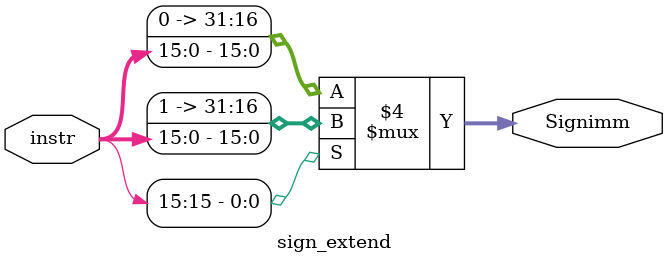
<source format=v>
`timescale 1ns / 1ps

module sign_extend(input [15:0] instr, output reg [31:0] Signimm);
initial
begin
Signimm <= 32'b0;
end
always @(instr)
begin
if(instr[15])
begin
    Signimm = {16'b1111111111111111,  instr};
end
else
begin
    Signimm = {16'd0, instr};
end
end
endmodule

</source>
